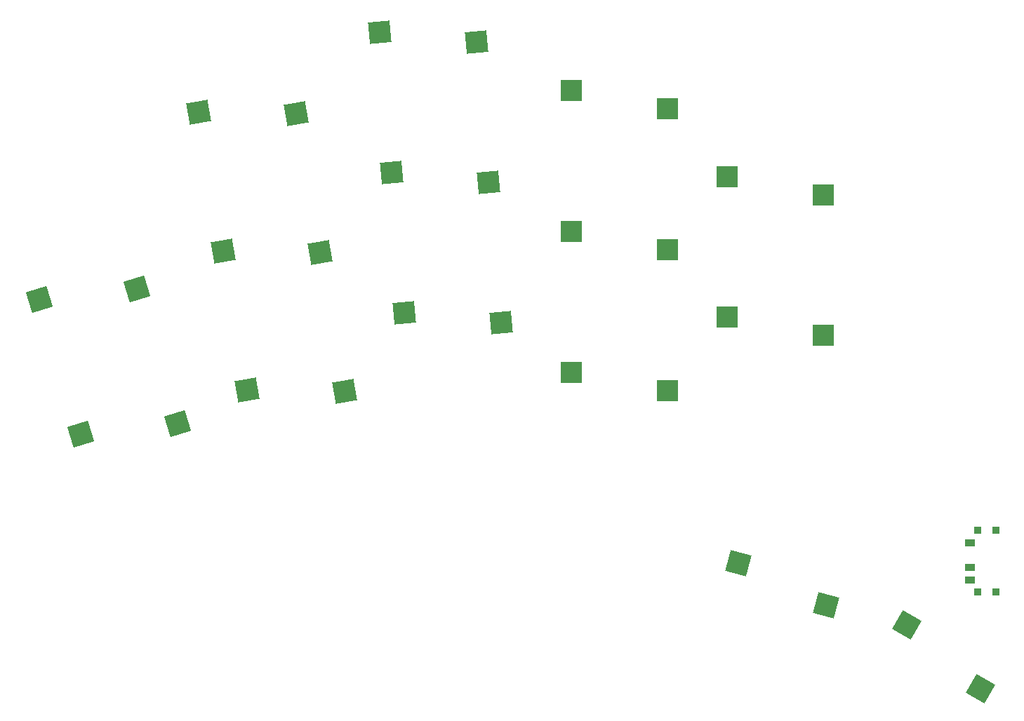
<source format=gbp>
%TF.GenerationSoftware,KiCad,Pcbnew,(6.0.4-0)*%
%TF.CreationDate,2022-05-13T08:55:53+02:00*%
%TF.ProjectId,battoota,62617474-6f6f-4746-912e-6b696361645f,v1.0.0*%
%TF.SameCoordinates,Original*%
%TF.FileFunction,Paste,Bot*%
%TF.FilePolarity,Positive*%
%FSLAX46Y46*%
G04 Gerber Fmt 4.6, Leading zero omitted, Abs format (unit mm)*
G04 Created by KiCad (PCBNEW (6.0.4-0)) date 2022-05-13 08:55:53*
%MOMM*%
%LPD*%
G01*
G04 APERTURE LIST*
G04 Aperture macros list*
%AMRotRect*
0 Rectangle, with rotation*
0 The origin of the aperture is its center*
0 $1 length*
0 $2 width*
0 $3 Rotation angle, in degrees counterclockwise*
0 Add horizontal line*
21,1,$1,$2,0,0,$3*%
G04 Aperture macros list end*
%ADD10RotRect,2.600000X2.600000X10.000000*%
%ADD11RotRect,2.600000X2.600000X5.000000*%
%ADD12R,2.600000X2.600000*%
%ADD13RotRect,2.600000X2.600000X330.000000*%
%ADD14R,0.900000X0.900000*%
%ADD15R,1.250000X0.900000*%
%ADD16RotRect,2.600000X2.600000X17.000000*%
%ADD17RotRect,2.600000X2.600000X345.000000*%
G04 APERTURE END LIST*
D10*
%TO.C,S11*%
X67128658Y110035975D03*
X78885213Y109875035D03*
%TD*%
D11*
%TO.C,S15*%
X90440529Y102756090D03*
X102138320Y101571111D03*
%TD*%
D12*
%TO.C,S21*%
X112136087Y95636017D03*
X123686087Y93436017D03*
%TD*%
%TO.C,S29*%
X130917000Y102292500D03*
X142467000Y100092500D03*
%TD*%
D13*
%TO.C,S33*%
X152567412Y48150564D03*
X161470005Y40470308D03*
%TD*%
D10*
%TO.C,S7*%
X73032696Y76552511D03*
X84789251Y76391571D03*
%TD*%
D14*
%TO.C,T2*%
X163342148Y52149495D03*
X163342148Y59549495D03*
X161142148Y52149495D03*
X161142148Y59549495D03*
D15*
X160167148Y58099495D03*
X160167148Y55099495D03*
X160167148Y53599495D03*
%TD*%
D16*
%TO.C,S5*%
X47970749Y87462459D03*
X59659287Y88735482D03*
%TD*%
D12*
%TO.C,S27*%
X130917000Y85292500D03*
X142467000Y83092500D03*
%TD*%
D10*
%TO.C,S9*%
X70080677Y93294243D03*
X81837232Y93133303D03*
%TD*%
D11*
%TO.C,S13*%
X91922177Y85820780D03*
X103619968Y84635801D03*
%TD*%
%TO.C,S17*%
X88958882Y119691400D03*
X100656673Y118506421D03*
%TD*%
D17*
%TO.C,S31*%
X132267612Y55633629D03*
X142854654Y50519232D03*
%TD*%
D16*
%TO.C,S3*%
X52941068Y71205278D03*
X64629606Y72478301D03*
%TD*%
D12*
%TO.C,S23*%
X112136087Y112636017D03*
X123686087Y110436017D03*
%TD*%
%TO.C,S19*%
X112136087Y78636017D03*
X123686087Y76436017D03*
%TD*%
M02*

</source>
